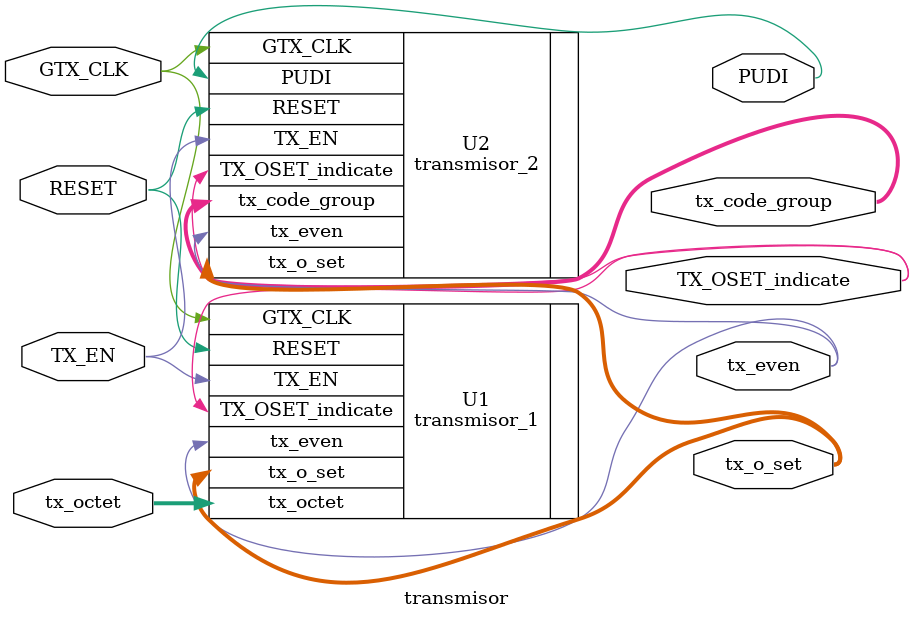
<source format=v>
`include "transmisor1.v"
`include "transmisor2.v"

module transmisor (
    input wire GTX_CLK,
    input wire RESET,
    input wire TX_EN,
    input wire [7:0] tx_octet,         // tx_octet es de 8 bits
    output wire [7:0] tx_o_set,        // tx_o_set es de 8 bits
    output wire [9:0] tx_code_group,   // tx_code_group es de 10 bits
    output wire TX_OSET_indicate,
    output wire tx_even,
    output wire PUDI
);

    // Instancia de la máquina de estado transmisor_1
    transmisor_1 U1 (
        .GTX_CLK(GTX_CLK), 
        .RESET(RESET), 
        .TX_EN(TX_EN), 
        .tx_octet(tx_octet),
        .tx_o_set(tx_o_set),
        .TX_OSET_indicate(TX_OSET_indicate),
        .tx_even(tx_even)
    );

    // Instancia de la máquina de estado transmisor_2
    transmisor_2 U2 (
        .GTX_CLK(GTX_CLK), 
        .RESET(RESET), 
        .TX_EN(TX_EN),
        .tx_o_set(tx_o_set),
        .TX_OSET_indicate(TX_OSET_indicate),
        .tx_even(tx_even),
        .tx_code_group(tx_code_group), // Conexión de tx_code_group
        .PUDI(PUDI)
    );

endmodule



</source>
